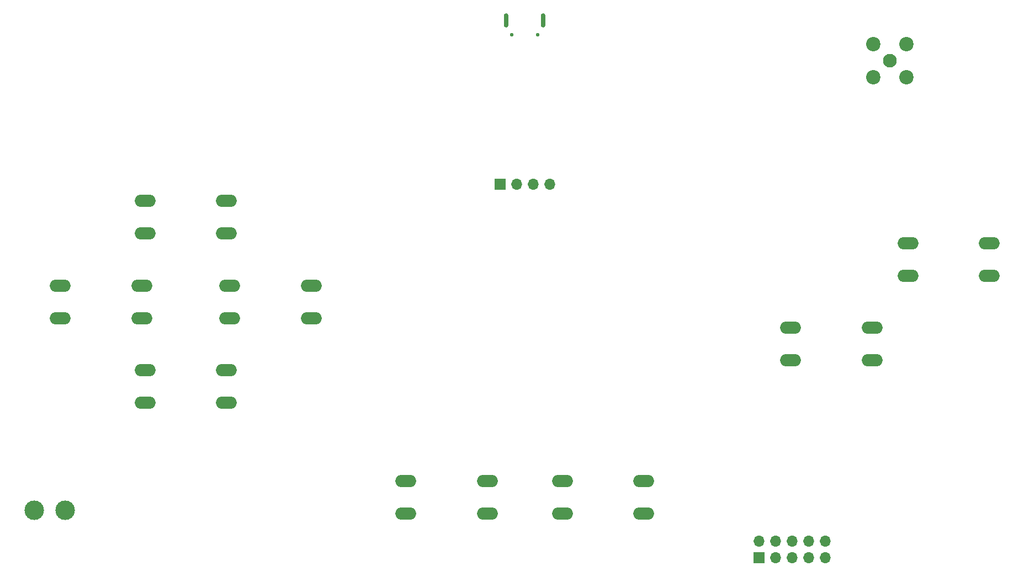
<source format=gbr>
%TF.GenerationSoftware,KiCad,Pcbnew,8.0.2*%
%TF.CreationDate,2024-06-08T21:37:47-07:00*%
%TF.ProjectId,STM_RF_PCB,53544d5f-5246-45f5-9043-422e6b696361,rev?*%
%TF.SameCoordinates,Original*%
%TF.FileFunction,Soldermask,Bot*%
%TF.FilePolarity,Negative*%
%FSLAX46Y46*%
G04 Gerber Fmt 4.6, Leading zero omitted, Abs format (unit mm)*
G04 Created by KiCad (PCBNEW 8.0.2) date 2024-06-08 21:37:47*
%MOMM*%
%LPD*%
G01*
G04 APERTURE LIST*
%ADD10O,3.200000X1.900000*%
%ADD11C,3.000000*%
%ADD12R,1.700000X1.700000*%
%ADD13O,1.700000X1.700000*%
%ADD14O,0.750000X2.150000*%
%ADD15C,0.550000*%
%ADD16C,2.100000*%
%ADD17C,2.200000*%
G04 APERTURE END LIST*
D10*
%TO.C,SW5*%
X189250000Y-109000000D03*
X201750000Y-109000000D03*
X189250000Y-114000000D03*
X201750000Y-114000000D03*
%TD*%
D11*
%TO.C,3v3*%
X73250000Y-137000000D03*
%TD*%
D12*
%TO.C,J3*%
X184425000Y-144275000D03*
D13*
X184425000Y-141735000D03*
X186965000Y-144275000D03*
X186965000Y-141735000D03*
X189505000Y-144275000D03*
X189505000Y-141735000D03*
X192045000Y-144275000D03*
X192045000Y-141735000D03*
X194585000Y-144275000D03*
X194585000Y-141735000D03*
%TD*%
D10*
%TO.C,SW3*%
X90250000Y-115500000D03*
X102750000Y-115500000D03*
X90250000Y-120500000D03*
X102750000Y-120500000D03*
%TD*%
D14*
%TO.C,J2*%
X151325000Y-61825000D03*
D15*
X150500000Y-63975000D03*
X146500000Y-63975000D03*
D14*
X145675000Y-61825000D03*
%TD*%
D10*
%TO.C,SW8*%
X154250000Y-132500000D03*
X166750000Y-132500000D03*
X154250000Y-137500000D03*
X166750000Y-137500000D03*
%TD*%
%TO.C,SW1*%
X90250000Y-89500000D03*
X102750000Y-89500000D03*
X90250000Y-94500000D03*
X102750000Y-94500000D03*
%TD*%
%TO.C,SW6*%
X207250000Y-96000000D03*
X219750000Y-96000000D03*
X207250000Y-101000000D03*
X219750000Y-101000000D03*
%TD*%
D11*
%TO.C,GND*%
X78000000Y-137000000D03*
%TD*%
D10*
%TO.C,SW4*%
X103250000Y-102500000D03*
X115750000Y-102500000D03*
X103250000Y-107500000D03*
X115750000Y-107500000D03*
%TD*%
%TO.C,SW2*%
X77250000Y-102500000D03*
X89750000Y-102500000D03*
X77250000Y-107500000D03*
X89750000Y-107500000D03*
%TD*%
D16*
%TO.C,J1*%
X204500000Y-68000000D03*
D17*
X201960000Y-65460000D03*
X201960000Y-70540000D03*
X207040000Y-65460000D03*
X207040000Y-70540000D03*
%TD*%
D12*
%TO.C,J4*%
X144700000Y-86975000D03*
D13*
X147240000Y-86975000D03*
X149780000Y-86975000D03*
X152320000Y-86975000D03*
%TD*%
D10*
%TO.C,SW7*%
X130250000Y-132500000D03*
X142750000Y-132500000D03*
X130250000Y-137500000D03*
X142750000Y-137500000D03*
%TD*%
M02*

</source>
